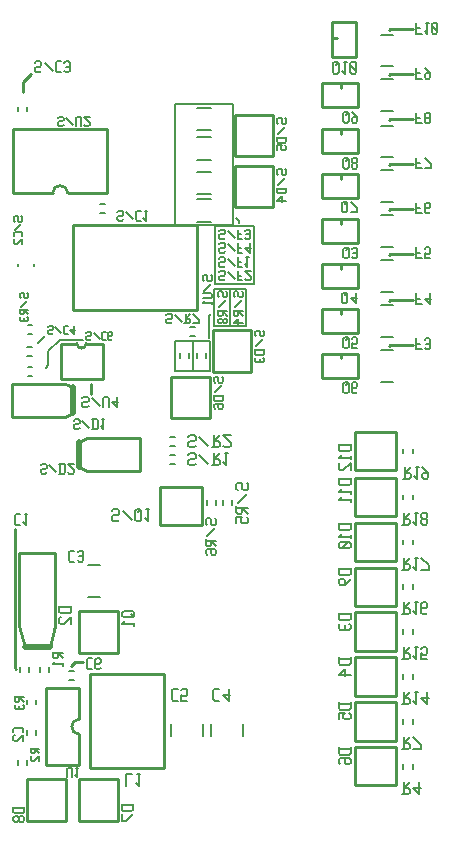
<source format=gbr>
G04 start of page 9 for group -4078 idx -4078 *
G04 Title: (unknown), bottomsilk *
G04 Creator: pcb 1.99z *
G04 CreationDate: Wed 16 Feb 2011 18:30:27 GMT UTC *
G04 For: rbarlow *
G04 Format: Gerber/RS-274X *
G04 PCB-Dimensions: 157480 283465 *
G04 PCB-Coordinate-Origin: lower left *
%MOIN*%
%FSLAX25Y25*%
%LNBACKSILK*%
%ADD11C,0.0200*%
%ADD12C,0.0100*%
%ADD15C,0.0098*%
%ADD16C,0.0079*%
%ADD70C,0.0080*%
G54D16*X76968Y203545D02*Y204332D01*
X69291Y202560D02*Y183466D01*
X82283Y183269D02*Y202560D01*
X69291Y183269D02*X82283D01*
X76969Y204331D02*X76182Y205118D01*
X75197Y202757D02*X55905D01*
X82283Y202560D02*X69291D01*
X75197Y243111D02*Y202757D01*
X55905Y243111D02*X75197D01*
G54D12*X7874Y253150D02*X5118Y250394D01*
Y247245D01*
G54D16*X55905Y202757D02*Y243111D01*
G54D12*X22441Y57087D02*X21260Y55906D01*
X2362Y101575D02*Y55119D01*
X2756Y54725D01*
X25197Y57087D02*X22441D01*
G54D16*X55905Y164371D02*Y154135D01*
X67323D02*Y164371D01*
X61811D02*Y154135D01*
X55905D02*X67323D01*
X13582Y156104D02*X12795Y155317D01*
G54D12*X27953Y146457D02*Y150000D01*
G54D16*X13582Y160828D02*Y156104D01*
X17323Y164568D02*X13582Y160828D01*
X25197Y164568D02*X17323D01*
X12402Y165749D02*X10040Y163387D01*
X67126Y172640D02*X67716Y173230D01*
X67126Y165356D02*Y172640D01*
X68897Y169096D02*Y181694D01*
X67323Y164371D02*X55905D01*
X79527Y169096D02*X68897D01*
X79527Y181694D02*Y169096D01*
X68897Y181694D02*X79527D01*
X74212D02*Y169096D01*
G54D12*X135039Y162993D02*X127559D01*
X127165Y162599D01*
X135039Y177953D02*X127559D01*
X127165Y177559D01*
X135039Y193308D02*X127559D01*
X127165Y192914D01*
X135039Y208268D02*X127559D01*
X127165Y207874D01*
X135039Y223229D02*X127559D01*
X127165Y222835D01*
X135039Y238189D02*X127558D01*
X135039Y253150D02*X127559D01*
X127165Y252756D01*
X135039Y268111D02*X127559D01*
X127165Y267717D01*
X127558Y238189D02*X127165Y237796D01*
G54D70*X67915Y36614D02*Y32678D01*
X78543Y36614D02*Y32678D01*
X54529Y36614D02*Y32678D01*
X65157Y36614D02*Y32678D01*
G54D12*X23915Y60191D02*X36715D01*
Y74091D02*Y60191D01*
X23915Y74091D02*X36715D01*
X23915D02*Y60191D01*
G54D15*X27560Y53346D02*X51970D01*
X27560D02*Y21850D01*
X51970D01*
Y53346D02*Y21850D01*
G54D70*X26773Y78938D02*X30709D01*
X26773Y89566D02*X30709D01*
G54D12*X14049Y62107D02*X15749Y69107D01*
Y93407D02*Y69107D01*
X3937Y93407D02*X15749D01*
X3937D02*Y69107D01*
X5637Y62107D02*X3937Y69107D01*
G54D11*X5637Y62107D02*X14049D01*
G54D16*X131957Y68110D02*Y66536D01*
X134973Y68110D02*Y66536D01*
X131957Y53150D02*Y51576D01*
X134973Y53150D02*Y51576D01*
X131957Y38189D02*Y36615D01*
X134973Y38189D02*Y36615D01*
G54D12*X129572Y28841D02*Y16041D01*
X115672Y28841D02*X129572D01*
X115672D02*Y16041D01*
X129572D01*
Y43802D02*Y31002D01*
X115672Y43802D02*X129572D01*
X115672D02*Y31002D01*
X129572D01*
Y58763D02*Y45963D01*
X115672Y58763D02*X129572D01*
X115672D02*Y45963D01*
X129572D01*
G54D16*X131957Y23228D02*Y21654D01*
X134973Y23228D02*Y21654D01*
G54D12*X129572Y103645D02*Y90845D01*
X115672Y103645D02*X129572D01*
X115672D02*Y90845D01*
X129572D01*
Y118605D02*Y105805D01*
X115672Y118605D02*X129572D01*
X115672D02*Y105805D01*
X129572D01*
Y133959D02*Y121159D01*
X115672Y133959D02*X129572D01*
X115672D02*Y121159D01*
X129572D01*
G54D16*X131957Y83071D02*Y81497D01*
X134973Y83071D02*Y81497D01*
G54D12*X129572Y88684D02*Y75884D01*
X115672Y88684D02*X129572D01*
X115672D02*Y75884D01*
X129572D01*
Y73723D02*Y60923D01*
X115672Y73723D02*X129572D01*
X115672D02*Y60923D01*
X129572D01*
X6555Y18087D02*X19355D01*
X6555D02*Y4187D01*
X19355D01*
Y18087D02*Y4187D01*
X23878Y18087D02*X36678D01*
X23878D02*Y4187D01*
X36678D01*
Y18087D02*Y4187D01*
G54D16*X6626Y24571D02*Y22997D01*
X3610Y24571D02*Y22997D01*
G54D12*X23894Y48443D02*Y38132D01*
Y33132D02*Y22821D01*
X12918Y48443D02*X23894D01*
X12918D02*Y22821D01*
X23894D01*
Y38132D02*G75*G03X23894Y33132I0J-2500D01*G01*
G54D16*X6366Y34413D02*Y32839D01*
X9382Y34413D02*Y32839D01*
Y44649D02*Y43075D01*
X6366Y44649D02*Y43075D01*
X20473Y54264D02*X22047D01*
X20473Y51248D02*X22047D01*
X4004Y55512D02*Y53938D01*
X7020Y55512D02*Y53938D01*
X10697Y55512D02*Y53938D01*
X13713Y55512D02*Y53938D01*
X6694Y169619D02*X8268D01*
X6694Y166603D02*X8268D01*
X6693Y155446D02*X8267D01*
X6693Y152430D02*X8267D01*
X6460Y159123D02*X8034D01*
X6460Y162139D02*X8034D01*
G54D11*X21729Y148789D02*Y140189D01*
G54D12*X19129Y138989D01*
X1529D02*X19129D01*
X1529Y149989D02*Y138989D01*
Y149989D02*X19129D01*
X21729Y148789D01*
X17754Y163313D02*X23154D01*
X26254D02*X31654D01*
Y151513D01*
X17754D02*X31654D01*
X17754Y163313D02*Y151513D01*
X23154Y163313D02*G75*G03X26154Y163313I1500J0D01*G01*
G54D16*X54098Y123296D02*X55672D01*
X54098Y126312D02*X55672D01*
X54098Y129202D02*X55672D01*
X54098Y132218D02*X55672D01*
G54D12*X67344Y152296D02*Y138396D01*
X54544D02*X67344D01*
X54544Y152296D02*Y138396D01*
Y152296D02*X67344D01*
G54D16*X74933Y111257D02*Y109683D01*
X71917Y111257D02*Y109683D01*
X69421Y111257D02*Y109683D01*
X66405Y111257D02*Y109683D01*
G54D12*X50786Y115553D02*Y102753D01*
X64686D01*
Y115553D02*Y102753D01*
X50786Y115553D02*X64686D01*
G54D11*X23940Y122079D02*Y130679D01*
G54D12*X26540Y131879D01*
X44140D01*
Y120879D01*
X26540D01*
X23940Y122079D01*
G54D70*X63188Y220669D02*X67912D01*
X63188Y213189D02*X67912D01*
X63188Y211418D02*X67912D01*
X63188Y203938D02*X67912D01*
X63188Y241930D02*X67912D01*
X63188Y234450D02*X67912D01*
X63188Y232088D02*X67912D01*
X63188Y224608D02*X67912D01*
G54D16*X6625Y242288D02*Y240714D01*
X3609Y242288D02*Y240714D01*
X30869Y206761D02*X32443D01*
X30869Y209777D02*X32443D01*
G54D12*X1953Y234723D02*Y213511D01*
Y234723D02*X33085D01*
Y213511D01*
X1953D02*X15019D01*
X20019D02*X33085D01*
X20019D02*G75*G03X15019Y213511I-2500J0D01*G01*
X75686Y225744D02*Y239644D01*
X88486D01*
Y225744D01*
X75686D01*
G54D70*X8857Y189960D02*Y189174D01*
X3347Y189960D02*Y189174D01*
G54D12*X21824Y174384D02*X63224D01*
X21824Y202884D02*Y174384D01*
Y202884D02*X63224D01*
Y174384D01*
X68439Y153962D02*Y167862D01*
X81239D01*
Y153962D01*
X68439D01*
G54D16*X57351Y160076D02*Y158502D01*
X60367Y160076D02*Y158502D01*
X60791Y168832D02*X62365D01*
X60791Y165816D02*X62365D01*
X63059Y160076D02*Y158502D01*
X66075Y160076D02*Y158502D01*
G54D12*X111273Y174867D02*Y173367D01*
X104773Y174867D02*Y166867D01*
X116673D01*
Y174867D02*Y166867D01*
X104773Y174867D02*X116673D01*
G54D70*X124410Y161220D02*X128346D01*
X124410Y150592D02*X128346D01*
G54D16*X131957Y128346D02*Y126772D01*
X134973Y128346D02*Y126772D01*
X131957Y112992D02*Y111418D01*
X134973Y112992D02*Y111418D01*
X131957Y98032D02*Y96458D01*
X134973Y98032D02*Y96458D01*
G54D12*X88486Y222683D02*Y208783D01*
X75686D02*X88486D01*
X75686Y222683D02*Y208783D01*
Y222683D02*X88486D01*
G54D70*X124410Y221062D02*X128346D01*
X124410Y210434D02*X128346D01*
G54D12*X111273Y219748D02*Y218248D01*
X104773Y219748D02*Y211748D01*
X116673D01*
Y219748D02*Y211748D01*
X104773Y219748D02*X116673D01*
G54D70*X124410Y176181D02*X128346D01*
X124410Y165553D02*X128346D01*
G54D12*X111273Y159906D02*Y158406D01*
X104773Y159906D02*Y151906D01*
X116673D01*
Y159906D02*Y151906D01*
X104773Y159906D02*X116673D01*
X111273Y189827D02*Y188327D01*
X104773Y189827D02*Y181827D01*
X116673D01*
Y189827D02*Y181827D01*
X104773Y189827D02*X116673D01*
G54D70*X124410Y236023D02*X128346D01*
X124410Y225395D02*X128346D01*
X124410Y251377D02*X128346D01*
X124410Y240749D02*X128346D01*
X124410Y266338D02*X128346D01*
X124410Y255710D02*X128346D01*
X124410Y191141D02*X128346D01*
X124410Y180513D02*X128346D01*
X124410Y206102D02*X128346D01*
X124410Y195474D02*X128346D01*
G54D12*X111273Y204788D02*Y203288D01*
X104773Y204788D02*Y196788D01*
X116673D01*
Y204788D02*Y196788D01*
X104773Y204788D02*X116673D01*
X111273Y250063D02*Y248563D01*
X104773Y250063D02*Y242063D01*
X116673D01*
Y250063D02*Y242063D01*
X104773Y250063D02*X116673D01*
X111273Y234709D02*Y233209D01*
X104773Y234709D02*Y226709D01*
X116673D01*
Y234709D02*Y226709D01*
X104773Y234709D02*X116673D01*
X108203Y265209D02*X109703D01*
X108203Y258709D02*X116203D01*
Y270609D02*Y258709D01*
X108203Y270609D02*X116203D01*
X108203D02*Y258709D01*
G54D16*X131889Y118324D02*X133889D01*
X134389Y118824D01*
Y119824D01*
X133889Y120324D02*X134389Y119824D01*
X132389Y120324D02*X133889D01*
X132389Y118324D02*Y122324D01*
Y120324D02*X134389Y122324D01*
X136090D02*X137090D01*
X136590Y118324D02*Y122324D01*
X135590Y119324D02*X136590Y118324D01*
X138291Y122324D02*X140291Y120324D01*
Y118824D02*Y120324D01*
X139791Y118324D02*X140291Y118824D01*
X138791Y118324D02*X139791D01*
X138291Y118824D02*X138791Y118324D01*
X138291Y118824D02*Y119824D01*
X138791Y120324D01*
X140291D01*
X131496Y102968D02*X133496D01*
X133996Y103468D01*
Y104468D01*
X133496Y104968D02*X133996Y104468D01*
X131996Y104968D02*X133496D01*
X131996Y102968D02*Y106968D01*
Y104968D02*X133996Y106968D01*
X135697D02*X136697D01*
X136197Y102968D02*Y106968D01*
X135197Y103968D02*X136197Y102968D01*
X137898Y106468D02*X138398Y106968D01*
X137898Y105468D02*Y106468D01*
Y105468D02*X138398Y104968D01*
X139398D01*
X139898Y105468D01*
Y106468D01*
X139398Y106968D02*X139898Y106468D01*
X138398Y106968D02*X139398D01*
X137898Y104468D02*X138398Y104968D01*
X137898Y103468D02*Y104468D01*
Y103468D02*X138398Y102968D01*
X139398D01*
X139898Y103468D01*
Y104468D01*
X139398Y104968D02*X139898Y104468D01*
X110316Y103088D02*X114316D01*
X110316Y101588D02*X110816Y101088D01*
X113816D01*
X114316Y101588D02*X113816Y101088D01*
X114316Y101588D02*Y103588D01*
X110316Y101588D02*Y103588D01*
X114316Y98387D02*Y99387D01*
X110316Y98887D02*X114316D01*
X111316Y99887D02*X110316Y98887D01*
X113816Y97186D02*X114316Y96686D01*
X110816Y97186D02*X113816D01*
X110816D02*X110316Y96686D01*
Y95686D02*Y96686D01*
Y95686D02*X110816Y95186D01*
X113816D01*
X114316Y95686D02*X113816Y95186D01*
X114316Y95686D02*Y96686D01*
X113316Y97186D02*X111316Y95186D01*
X110316Y118049D02*X114316D01*
X110316Y116549D02*X110816Y116049D01*
X113816D01*
X114316Y116549D02*X113816Y116049D01*
X114316Y116549D02*Y118549D01*
X110316Y116549D02*Y118549D01*
X114316Y113348D02*Y114348D01*
X110316Y113848D02*X114316D01*
X111316Y114848D02*X110316Y113848D01*
X114316Y110647D02*Y111647D01*
X110316Y111147D02*X114316D01*
X111316Y112147D02*X110316Y111147D01*
X110317Y129467D02*X114317D01*
X110317Y127967D02*X110817Y127467D01*
X113817D01*
X114317Y127967D02*X113817Y127467D01*
X114317Y127967D02*Y129967D01*
X110317Y127967D02*Y129967D01*
X114317Y124766D02*Y125766D01*
X110317Y125266D02*X114317D01*
X111317Y126266D02*X110317Y125266D01*
X110817Y123565D02*X110317Y123065D01*
Y121565D02*Y123065D01*
Y121565D02*X110817Y121065D01*
X111817D01*
X114317Y123565D02*X111817Y121065D01*
X114317D02*Y123565D01*
X62237Y122852D02*X62737Y123352D01*
X60737Y122852D02*X62237D01*
X60237Y123352D02*X60737Y122852D01*
X60237Y123352D02*Y124352D01*
X60737Y124852D01*
X62237D01*
X62737Y125352D01*
Y126352D01*
X62237Y126852D02*X62737Y126352D01*
X60737Y126852D02*X62237D01*
X60237Y126352D02*X60737Y126852D01*
X63938Y126352D02*X66938Y123352D01*
X68139Y122852D02*X70139D01*
X70639Y123352D01*
Y124352D01*
X70139Y124852D02*X70639Y124352D01*
X68639Y124852D02*X70139D01*
X68639Y122852D02*Y126852D01*
Y124852D02*X70639Y126852D01*
X72340D02*X73340D01*
X72840Y122852D02*Y126852D01*
X71840Y123852D02*X72840Y122852D01*
X76196Y115000D02*X76696Y114500D01*
X76196Y115000D02*Y116500D01*
X76696Y117000D02*X76196Y116500D01*
X76696Y117000D02*X77696D01*
X78196Y116500D01*
Y115000D02*Y116500D01*
Y115000D02*X78696Y114500D01*
X79696D01*
X80196Y115000D02*X79696Y114500D01*
X80196Y115000D02*Y116500D01*
X79696Y117000D02*X80196Y116500D01*
X79696Y113299D02*X76696Y110299D01*
X76196Y107098D02*Y109098D01*
Y107098D02*X76696Y106598D01*
X77696D01*
X78196Y107098D02*X77696Y106598D01*
X78196Y107098D02*Y108598D01*
X76196D02*X80196D01*
X78196D02*X80196Y106598D01*
X76196Y103397D02*Y105397D01*
X78196D01*
X77696Y104897D01*
Y103897D02*Y104897D01*
Y103897D02*X78196Y103397D01*
X79696D01*
X80196Y103897D02*X79696Y103397D01*
X80196Y103897D02*Y104897D01*
X79696Y105397D02*X80196Y104897D01*
X23608Y134956D02*X23998Y135346D01*
X22438Y134956D02*X23608D01*
X22048Y135346D02*X22438Y134956D01*
X22048Y135346D02*Y136126D01*
X22438Y136516D01*
X23608D01*
X23998Y136906D01*
Y137686D01*
X23608Y138076D02*X23998Y137686D01*
X22438Y138076D02*X23608D01*
X22048Y137686D02*X22438Y138076D01*
X24934Y137686D02*X27274Y135346D01*
X28601Y134956D02*Y138076D01*
X29771Y134956D02*X30161Y135346D01*
Y137686D01*
X29771Y138076D02*X30161Y137686D01*
X28211Y138076D02*X29771D01*
X28211Y134956D02*X29771D01*
X31488Y138076D02*X32268D01*
X31878Y134956D02*Y138076D01*
X31098Y135736D02*X31878Y134956D01*
X20914Y94215D02*X22249D01*
X20469Y93770D02*X20914Y94215D01*
X20469Y91100D02*Y93770D01*
Y91100D02*X20914Y90655D01*
X22249D01*
X23317Y91100D02*X23762Y90655D01*
X24652D01*
X25097Y91100D01*
Y93770D01*
X24652Y94215D02*X25097Y93770D01*
X23762Y94215D02*X24652D01*
X23317Y93770D02*X23762Y94215D01*
Y92435D02*X25097D01*
X26621Y142136D02*X27066Y142581D01*
X25286Y142136D02*X26621D01*
X24841Y142581D02*X25286Y142136D01*
X24841Y142581D02*Y143471D01*
X25286Y143916D01*
X26621D01*
X27066Y144361D01*
Y145251D01*
X26621Y145696D02*X27066Y145251D01*
X25286Y145696D02*X26621D01*
X24841Y145251D02*X25286Y145696D01*
X28134Y145251D02*X30804Y142581D01*
X31873Y142136D02*Y145251D01*
X32318Y145696D01*
X33208D01*
X33653Y145251D01*
Y142136D02*Y145251D01*
X34722Y143916D02*X36502Y142136D01*
X34722Y143916D02*X36947D01*
X36502Y142136D02*Y145696D01*
X12585Y119994D02*X12975Y120384D01*
X11415Y119994D02*X12585D01*
X11025Y120384D02*X11415Y119994D01*
X11025Y120384D02*Y121164D01*
X11415Y121554D01*
X12585D01*
X12975Y121944D01*
Y122724D01*
X12585Y123114D02*X12975Y122724D01*
X11415Y123114D02*X12585D01*
X11025Y122724D02*X11415Y123114D01*
X13911Y122724D02*X16251Y120384D01*
X17578Y119994D02*Y123114D01*
X18748Y119994D02*X19138Y120384D01*
Y122724D01*
X18748Y123114D02*X19138Y122724D01*
X17188Y123114D02*X18748D01*
X17188Y119994D02*X18748D01*
X20075Y120384D02*X20465Y119994D01*
X21635D01*
X22025Y120384D01*
Y121164D01*
X20075Y123114D02*X22025Y121164D01*
X20075Y123114D02*X22025D01*
X66050Y103338D02*X66495Y102893D01*
X66050Y103338D02*Y104673D01*
X66495Y105118D02*X66050Y104673D01*
X66495Y105118D02*X67385D01*
X67830Y104673D01*
Y103338D02*Y104673D01*
Y103338D02*X68275Y102893D01*
X69165D01*
X69610Y103338D02*X69165Y102893D01*
X69610Y103338D02*Y104673D01*
X69165Y105118D02*X69610Y104673D01*
X69165Y101825D02*X66495Y99155D01*
X66050Y96306D02*Y98086D01*
Y96306D02*X66495Y95861D01*
X67385D01*
X67830Y96306D02*X67385Y95861D01*
X67830Y96306D02*Y97641D01*
X66050D02*X69610D01*
X67830D02*X69610Y95861D01*
X66050Y93457D02*X66495Y93012D01*
X66050Y93457D02*Y94347D01*
X66495Y94792D02*X66050Y94347D01*
X66495Y94792D02*X69165D01*
X69610Y94347D01*
X67830Y93457D02*X68275Y93012D01*
X67830Y93457D02*Y94792D01*
X69610Y93457D02*Y94347D01*
Y93457D02*X69165Y93012D01*
X68275D02*X69165D01*
X36645Y104115D02*X37145Y104615D01*
X35145Y104115D02*X36645D01*
X34645Y104615D02*X35145Y104115D01*
X34645Y104615D02*Y105615D01*
X35145Y106115D01*
X36645D01*
X37145Y106615D01*
Y107615D01*
X36645Y108115D02*X37145Y107615D01*
X35145Y108115D02*X36645D01*
X34645Y107615D02*X35145Y108115D01*
X38346Y107615D02*X41346Y104615D01*
X42547D02*Y107615D01*
Y104615D02*X43047Y104115D01*
X44047D01*
X44547Y104615D01*
Y107615D01*
X44047Y108115D02*X44547Y107615D01*
X43047Y108115D02*X44047D01*
X42547Y107615D02*X43047Y108115D01*
X43547Y107115D02*X44547Y108115D01*
X46248D02*X47248D01*
X46748Y104115D02*Y108115D01*
X45748Y105115D02*X46748Y104115D01*
X2805Y106417D02*X4140D01*
X2360Y105972D02*X2805Y106417D01*
X2360Y103302D02*Y105972D01*
Y103302D02*X2805Y102857D01*
X4140D01*
X5653Y106417D02*X6543D01*
X6098Y102857D02*Y106417D01*
X5208Y103747D02*X6098Y102857D01*
X38770Y74061D02*X41770D01*
X38770D02*X38270Y73561D01*
Y72561D02*Y73561D01*
Y72561D02*X38770Y72061D01*
X41770D01*
X42270Y72561D02*X41770Y72061D01*
X42270Y72561D02*Y73561D01*
X41770Y74061D02*X42270Y73561D01*
X41270Y73061D02*X42270Y72061D01*
Y69360D02*Y70360D01*
X38270Y69860D02*X42270D01*
X39270Y70860D02*X38270Y69860D01*
X26822Y58386D02*X28157D01*
X26377Y57941D02*X26822Y58386D01*
X26377Y55271D02*Y57941D01*
Y55271D02*X26822Y54826D01*
X28157D01*
X30560D02*X31005Y55271D01*
X29670Y54826D02*X30560D01*
X29225Y55271D02*X29670Y54826D01*
X29225Y55271D02*Y57941D01*
X29670Y58386D01*
X30560Y56606D02*X31005Y57051D01*
X29225Y56606D02*X30560D01*
X29670Y58386D02*X30560D01*
X31005Y57941D01*
Y57051D02*Y57941D01*
X1902Y8586D02*X5462D01*
X1902Y7251D02*X2347Y6806D01*
X5017D01*
X5462Y7251D02*X5017Y6806D01*
X5462Y7251D02*Y9031D01*
X1902Y7251D02*Y9031D01*
X5017Y5738D02*X5462Y5293D01*
X4127Y5738D02*X5017D01*
X4127D02*X3682Y5293D01*
Y4403D02*Y5293D01*
Y4403D02*X4127Y3958D01*
X5017D01*
X5462Y4403D02*X5017Y3958D01*
X5462Y4403D02*Y5293D01*
X3237Y5738D02*X3682Y5293D01*
X2347Y5738D02*X3237D01*
X2347D02*X1902Y5293D01*
Y4403D02*Y5293D01*
Y4403D02*X2347Y3958D01*
X3237D01*
X3682Y4403D02*X3237Y3958D01*
X38123Y9373D02*X41683D01*
X38123Y8038D02*X38568Y7593D01*
X41238D01*
X41683Y8038D02*X41238Y7593D01*
X41683Y8038D02*Y9818D01*
X38123Y8038D02*Y9818D01*
X41683Y6525D02*X39458Y4300D01*
X38123D02*X39458D01*
X38123D02*Y6525D01*
X39567Y15963D02*Y19963D01*
X41567D01*
X43268D02*X44268D01*
X43768Y15963D02*Y19963D01*
X42768Y16963D02*X43768Y15963D01*
X19852Y18894D02*Y21624D01*
X20242Y22014D01*
X21022D01*
X21412Y21624D01*
Y18894D02*Y21624D01*
X22738Y22014D02*X23518D01*
X23128Y18894D02*Y22014D01*
X22348Y19674D02*X23128Y18894D01*
X17286Y75485D02*X21286D01*
X17286Y73985D02*X17786Y73485D01*
X20786D01*
X21286Y73985D02*X20786Y73485D01*
X21286Y73985D02*Y75985D01*
X17286Y73985D02*Y75985D01*
X17786Y72284D02*X17286Y71784D01*
Y70284D02*Y71784D01*
Y70284D02*X17786Y69784D01*
X18786D01*
X21286Y72284D02*X18786Y69784D01*
X21286D02*Y72284D01*
X15063Y58851D02*Y60631D01*
Y58851D02*X15508Y58406D01*
X16398D01*
X16843Y58851D02*X16398Y58406D01*
X16843Y58851D02*Y60186D01*
X15063D02*X18623D01*
X16843D02*X18623Y58406D01*
Y56003D02*Y56893D01*
X15063Y56448D02*X18623D01*
X15953Y57338D02*X15063Y56448D01*
X7757Y27168D02*Y28508D01*
Y27168D02*X8092Y26833D01*
X8762D01*
X9097Y27168D02*X8762Y26833D01*
X9097Y27168D02*Y28173D01*
X7757D02*X10437D01*
X9097D02*X10437Y26833D01*
X8092Y26029D02*X7757Y25694D01*
Y24689D02*Y25694D01*
Y24689D02*X8092Y24354D01*
X8762D01*
X10437Y26029D02*X8762Y24354D01*
X10437D02*Y26029D01*
X2354Y44271D02*Y45831D01*
Y44271D02*X2744Y43881D01*
X3524D01*
X3914Y44271D02*X3524Y43881D01*
X3914Y44271D02*Y45441D01*
X2354D02*X5474D01*
X3914D02*X5474Y43881D01*
X2744Y42945D02*X2354Y42555D01*
Y41775D02*Y42555D01*
Y41775D02*X2744Y41385D01*
X5084D01*
X5474Y41775D02*X5084Y41385D01*
X5474Y41775D02*Y42555D01*
X5084Y42945D02*X5474Y42555D01*
X3914Y41385D02*Y42555D01*
X5081Y33712D02*Y34882D01*
X4691Y35272D02*X5081Y34882D01*
X2351Y35272D02*X4691D01*
X2351D02*X1961Y34882D01*
Y33712D02*Y34882D01*
X2351Y32776D02*X1961Y32386D01*
Y31216D02*Y32386D01*
Y31216D02*X2351Y30826D01*
X3131D01*
X5081Y32776D02*X3131Y30826D01*
X5081D02*Y32776D01*
X69003Y48305D02*X70503D01*
X68503Y47805D02*X69003Y48305D01*
X68503Y44805D02*Y47805D01*
Y44805D02*X69003Y44305D01*
X70503D01*
X71704Y46305D02*X73704Y44305D01*
X71704Y46305D02*X74204D01*
X73704Y44305D02*Y48305D01*
X55224Y48307D02*X56724D01*
X54724Y47807D02*X55224Y48307D01*
X54724Y44807D02*Y47807D01*
Y44807D02*X55224Y44307D01*
X56724D01*
X57925D02*X59925D01*
X57925D02*Y46307D01*
X58425Y45807D01*
X59425D01*
X59925Y46307D01*
Y47807D01*
X59425Y48307D02*X59925Y47807D01*
X58425Y48307D02*X59425D01*
X57925Y47807D02*X58425Y48307D01*
X110317Y28286D02*X114317D01*
X110317Y26786D02*X110817Y26286D01*
X113817D01*
X114317Y26786D02*X113817Y26286D01*
X114317Y26786D02*Y28786D01*
X110317Y26786D02*Y28786D01*
Y23585D02*X110817Y23085D01*
X110317Y23585D02*Y24585D01*
X110817Y25085D02*X110317Y24585D01*
X110817Y25085D02*X113817D01*
X114317Y24585D01*
X112317Y23585D02*X112817Y23085D01*
X112317Y23585D02*Y25085D01*
X114317Y23585D02*Y24585D01*
Y23585D02*X113817Y23085D01*
X112817D02*X113817D01*
X110316Y43245D02*X114316D01*
X110316Y41745D02*X110816Y41245D01*
X113816D01*
X114316Y41745D02*X113816Y41245D01*
X114316Y41745D02*Y43745D01*
X110316Y41745D02*Y43745D01*
Y38044D02*Y40044D01*
X112316D01*
X111816Y39544D01*
Y38544D02*Y39544D01*
Y38544D02*X112316Y38044D01*
X113816D01*
X114316Y38544D02*X113816Y38044D01*
X114316Y38544D02*Y39544D01*
X113816Y40044D02*X114316Y39544D01*
X110316Y58207D02*X114316D01*
X110316Y56707D02*X110816Y56207D01*
X113816D01*
X114316Y56707D02*X113816Y56207D01*
X114316Y56707D02*Y58707D01*
X110316Y56707D02*Y58707D01*
X112316Y55006D02*X110316Y53006D01*
X112316Y52506D02*Y55006D01*
X110316Y53006D02*X114316D01*
X110317Y73169D02*X114317D01*
X110317Y71669D02*X110817Y71169D01*
X113817D01*
X114317Y71669D02*X113817Y71169D01*
X114317Y71669D02*Y73669D01*
X110317Y71669D02*Y73669D01*
X110817Y69968D02*X110317Y69468D01*
Y68468D02*Y69468D01*
Y68468D02*X110817Y67968D01*
X113817D01*
X114317Y68468D02*X113817Y67968D01*
X114317Y68468D02*Y69468D01*
X113817Y69968D02*X114317Y69468D01*
X112317Y67968D02*Y69468D01*
X131496Y88008D02*X133496D01*
X133996Y88508D01*
Y89508D01*
X133496Y90008D02*X133996Y89508D01*
X131996Y90008D02*X133496D01*
X131996Y88008D02*Y92008D01*
Y90008D02*X133996Y92008D01*
X135697D02*X136697D01*
X136197Y88008D02*Y92008D01*
X135197Y89008D02*X136197Y88008D01*
X137898Y92008D02*X140398Y89508D01*
Y88008D02*Y89508D01*
X137898Y88008D02*X140398D01*
X131496Y73047D02*X133496D01*
X133996Y73547D01*
Y74547D01*
X133496Y75047D02*X133996Y74547D01*
X131996Y75047D02*X133496D01*
X131996Y73047D02*Y77047D01*
Y75047D02*X133996Y77047D01*
X135697D02*X136697D01*
X136197Y73047D02*Y77047D01*
X135197Y74047D02*X136197Y73047D01*
X139398D02*X139898Y73547D01*
X138398Y73047D02*X139398D01*
X137898Y73547D02*X138398Y73047D01*
X137898Y73547D02*Y76547D01*
X138398Y77047D01*
X139398Y75047D02*X139898Y75547D01*
X137898Y75047D02*X139398D01*
X138398Y77047D02*X139398D01*
X139898Y76547D01*
Y75547D02*Y76547D01*
X131495Y58087D02*X133495D01*
X133995Y58587D01*
Y59587D01*
X133495Y60087D02*X133995Y59587D01*
X131995Y60087D02*X133495D01*
X131995Y58087D02*Y62087D01*
Y60087D02*X133995Y62087D01*
X135696D02*X136696D01*
X136196Y58087D02*Y62087D01*
X135196Y59087D02*X136196Y58087D01*
X137897D02*X139897D01*
X137897D02*Y60087D01*
X138397Y59587D01*
X139397D01*
X139897Y60087D01*
Y61587D01*
X139397Y62087D02*X139897Y61587D01*
X138397Y62087D02*X139397D01*
X137897Y61587D02*X138397Y62087D01*
X131495Y43127D02*X133495D01*
X133995Y43627D01*
Y44627D01*
X133495Y45127D02*X133995Y44627D01*
X131995Y45127D02*X133495D01*
X131995Y43127D02*Y47127D01*
Y45127D02*X133995Y47127D01*
X135696D02*X136696D01*
X136196Y43127D02*Y47127D01*
X135196Y44127D02*X136196Y43127D01*
X137897Y45127D02*X139897Y43127D01*
X137897Y45127D02*X140397D01*
X139897Y43127D02*Y47127D01*
X131497Y28167D02*X133497D01*
X133997Y28667D01*
Y29667D01*
X133497Y30167D02*X133997Y29667D01*
X131997Y30167D02*X133497D01*
X131997Y28167D02*Y32167D01*
Y30167D02*X133997Y32167D01*
X135198D02*X137698Y29667D01*
Y28167D02*Y29667D01*
X135198Y28167D02*X137698D01*
X131497Y13204D02*X133497D01*
X133997Y13704D01*
Y14704D01*
X133497Y15204D02*X133997Y14704D01*
X131997Y15204D02*X133497D01*
X131997Y13204D02*Y17204D01*
Y15204D02*X133997Y17204D01*
X135198Y15204D02*X137198Y13204D01*
X135198Y15204D02*X137698D01*
X137198Y13204D02*Y17204D01*
X110317Y88127D02*X114317D01*
X110317Y86627D02*X110817Y86127D01*
X113817D01*
X114317Y86627D02*X113817Y86127D01*
X114317Y86627D02*Y88627D01*
X110317Y86627D02*Y88627D01*
X114317Y84926D02*X112317Y82926D01*
X110817D02*X112317D01*
X110317Y83426D02*X110817Y82926D01*
X110317Y83426D02*Y84426D01*
X110817Y84926D02*X110317Y84426D01*
X110817Y84926D02*X111817D01*
X112317Y84426D01*
Y82926D02*Y84426D01*
X10834Y253843D02*X11279Y254288D01*
X9499Y253843D02*X10834D01*
X9054Y254288D02*X9499Y253843D01*
X9054Y254288D02*Y255178D01*
X9499Y255623D01*
X10834D01*
X11279Y256068D01*
Y256958D01*
X10834Y257403D02*X11279Y256958D01*
X9499Y257403D02*X10834D01*
X9054Y256958D02*X9499Y257403D01*
X12347Y256958D02*X15017Y254288D01*
X16531Y257403D02*X17866D01*
X16086Y256958D02*X16531Y257403D01*
X16086Y254288D02*Y256958D01*
Y254288D02*X16531Y253843D01*
X17866D01*
X18935Y254288D02*X19380Y253843D01*
X20270D01*
X20715Y254288D01*
Y256958D01*
X20270Y257403D02*X20715Y256958D01*
X19380Y257403D02*X20270D01*
X18935Y256958D02*X19380Y257403D01*
Y255623D02*X20715D01*
X18261Y235826D02*X18651Y236216D01*
X17091Y235826D02*X18261D01*
X16701Y236216D02*X17091Y235826D01*
X16701Y236216D02*Y236996D01*
X17091Y237386D01*
X18261D01*
X18651Y237776D01*
Y238556D01*
X18261Y238946D02*X18651Y238556D01*
X17091Y238946D02*X18261D01*
X16701Y238556D02*X17091Y238946D01*
X19587Y238556D02*X21927Y236216D01*
X22864Y235826D02*Y238556D01*
X23254Y238946D01*
X24034D01*
X24424Y238556D01*
Y235826D02*Y238556D01*
X25361Y236216D02*X25751Y235826D01*
X26921D01*
X27311Y236216D01*
Y236996D01*
X25361Y238946D02*X27311Y236996D01*
X25361Y238946D02*X27311D01*
X38175Y204324D02*X38565Y204714D01*
X37005Y204324D02*X38175D01*
X36615Y204714D02*X37005Y204324D01*
X36615Y204714D02*Y205494D01*
X37005Y205884D01*
X38175D01*
X38565Y206274D01*
Y207054D01*
X38175Y207444D02*X38565Y207054D01*
X37005Y207444D02*X38175D01*
X36615Y207054D02*X37005Y207444D01*
X39501Y207054D02*X41841Y204714D01*
X43168Y207444D02*X44338D01*
X42778Y207054D02*X43168Y207444D01*
X42778Y204714D02*Y207054D01*
Y204714D02*X43168Y204324D01*
X44338D01*
X45665Y207444D02*X46445D01*
X46055Y204324D02*Y207444D01*
X45275Y205104D02*X46055Y204324D01*
X89820Y219941D02*X90210Y219551D01*
X89820Y219941D02*Y221111D01*
X90210Y221501D02*X89820Y221111D01*
X90210Y221501D02*X90990D01*
X91380Y221111D01*
Y219941D02*Y221111D01*
Y219941D02*X91770Y219551D01*
X92550D01*
X92940Y219941D02*X92550Y219551D01*
X92940Y219941D02*Y221111D01*
X92550Y221501D02*X92940Y221111D01*
X92550Y218615D02*X90210Y216275D01*
X89820Y214948D02*X92940D01*
X89820Y213778D02*X90210Y213388D01*
X92550D01*
X92940Y213778D02*X92550Y213388D01*
X92940Y213778D02*Y215338D01*
X89820Y213778D02*Y215338D01*
X91380Y212451D02*X89820Y210891D01*
X91380Y210501D02*Y212451D01*
X89820Y210891D02*X92940D01*
X89822Y236871D02*X90212Y236481D01*
X89822Y236871D02*Y238041D01*
X90212Y238431D02*X89822Y238041D01*
X90212Y238431D02*X90992D01*
X91382Y238041D01*
Y236871D02*Y238041D01*
Y236871D02*X91772Y236481D01*
X92552D01*
X92942Y236871D02*X92552Y236481D01*
X92942Y236871D02*Y238041D01*
X92552Y238431D02*X92942Y238041D01*
X92552Y235545D02*X90212Y233205D01*
X89822Y231878D02*X92942D01*
X89822Y230708D02*X90212Y230318D01*
X92552D01*
X92942Y230708D02*X92552Y230318D01*
X92942Y230708D02*Y232268D01*
X89822Y230708D02*Y232268D01*
Y227821D02*Y229381D01*
X91382D01*
X90992Y228991D01*
Y228211D02*Y228991D01*
Y228211D02*X91382Y227821D01*
X92552D01*
X92942Y228211D02*X92552Y227821D01*
X92942Y228211D02*Y228991D01*
X92552Y229381D02*X92942Y228991D01*
X111860Y237461D02*Y240131D01*
Y237461D02*X112305Y237016D01*
X113195D01*
X113640Y237461D01*
Y240131D01*
X113195Y240576D02*X113640Y240131D01*
X112305Y240576D02*X113195D01*
X111860Y240131D02*X112305Y240576D01*
X112750Y239686D02*X113640Y240576D01*
X114708D02*X116488Y238796D01*
Y237461D02*Y238796D01*
X116043Y237016D02*X116488Y237461D01*
X115153Y237016D02*X116043D01*
X114708Y237461D02*X115153Y237016D01*
X114708Y237461D02*Y238351D01*
X115153Y238796D01*
X116488D01*
X111859Y222107D02*Y224777D01*
Y222107D02*X112304Y221662D01*
X113194D01*
X113639Y222107D01*
Y224777D01*
X113194Y225222D02*X113639Y224777D01*
X112304Y225222D02*X113194D01*
X111859Y224777D02*X112304Y225222D01*
X112749Y224332D02*X113639Y225222D01*
X114707Y224777D02*X115152Y225222D01*
X114707Y223887D02*Y224777D01*
Y223887D02*X115152Y223442D01*
X116042D01*
X116487Y223887D01*
Y224777D01*
X116042Y225222D02*X116487Y224777D01*
X115152Y225222D02*X116042D01*
X114707Y222997D02*X115152Y223442D01*
X114707Y222107D02*Y222997D01*
Y222107D02*X115152Y221662D01*
X116042D01*
X116487Y222107D01*
Y222997D01*
X116042Y223442D02*X116487Y222997D01*
X111467Y207541D02*Y210211D01*
Y207541D02*X111912Y207096D01*
X112802D01*
X113247Y207541D01*
Y210211D01*
X112802Y210656D02*X113247Y210211D01*
X111912Y210656D02*X112802D01*
X111467Y210211D02*X111912Y210656D01*
X112357Y209766D02*X113247Y210656D01*
X114315D02*X116540Y208431D01*
Y207096D02*Y208431D01*
X114315Y207096D02*X116540D01*
X108315Y253769D02*Y256769D01*
Y253769D02*X108815Y253269D01*
X109815D01*
X110315Y253769D01*
Y256769D01*
X109815Y257269D02*X110315Y256769D01*
X108815Y257269D02*X109815D01*
X108315Y256769D02*X108815Y257269D01*
X109315Y256269D02*X110315Y257269D01*
X112016D02*X113016D01*
X112516Y253269D02*Y257269D01*
X111516Y254269D02*X112516Y253269D01*
X114217Y256769D02*X114717Y257269D01*
X114217Y253769D02*Y256769D01*
Y253769D02*X114717Y253269D01*
X115717D01*
X116217Y253769D01*
Y256769D01*
X115717Y257269D02*X116217Y256769D01*
X114717Y257269D02*X115717D01*
X114217Y256269D02*X116217Y254269D01*
X72030Y188969D02*X72420Y189359D01*
X70860Y188969D02*X72030D01*
X70470Y189359D02*X70860Y188969D01*
X70470Y189359D02*Y190139D01*
X70860Y190529D01*
X72030D01*
X72420Y190919D01*
Y191699D01*
X72030Y192089D02*X72420Y191699D01*
X70860Y192089D02*X72030D01*
X70470Y191699D02*X70860Y192089D01*
X73356Y191699D02*X75696Y189359D01*
X76633Y188969D02*Y192089D01*
Y188969D02*X78193D01*
X76633Y190529D02*X77803D01*
X79520Y192089D02*X80300D01*
X79910Y188969D02*Y192089D01*
X79130Y189749D02*X79910Y188969D01*
X72031Y198222D02*X72421Y198612D01*
X70861Y198222D02*X72031D01*
X70471Y198612D02*X70861Y198222D01*
X70471Y198612D02*Y199392D01*
X70861Y199782D01*
X72031D01*
X72421Y200172D01*
Y200952D01*
X72031Y201342D02*X72421Y200952D01*
X70861Y201342D02*X72031D01*
X70471Y200952D02*X70861Y201342D01*
X73357Y200952D02*X75697Y198612D01*
X76634Y198222D02*Y201342D01*
Y198222D02*X78194D01*
X76634Y199782D02*X77804D01*
X79131Y198612D02*X79521Y198222D01*
X80301D01*
X80691Y198612D01*
Y200952D01*
X80301Y201342D02*X80691Y200952D01*
X79521Y201342D02*X80301D01*
X79131Y200952D02*X79521Y201342D01*
Y199782D02*X80691D01*
X72031Y193694D02*X72421Y194084D01*
X70861Y193694D02*X72031D01*
X70471Y194084D02*X70861Y193694D01*
X70471Y194084D02*Y194864D01*
X70861Y195254D01*
X72031D01*
X72421Y195644D01*
Y196424D01*
X72031Y196814D02*X72421Y196424D01*
X70861Y196814D02*X72031D01*
X70471Y196424D02*X70861Y196814D01*
X73357Y196424D02*X75697Y194084D01*
X76634Y193694D02*Y196814D01*
Y193694D02*X78194D01*
X76634Y195254D02*X77804D01*
X79131D02*X80691Y193694D01*
X79131Y195254D02*X81081D01*
X80691Y193694D02*Y196814D01*
X70071Y179150D02*X70461Y178760D01*
X70071Y179150D02*Y180320D01*
X70461Y180710D02*X70071Y180320D01*
X70461Y180710D02*X71241D01*
X71631Y180320D01*
Y179150D02*Y180320D01*
Y179150D02*X72021Y178760D01*
X72801D01*
X73191Y179150D02*X72801Y178760D01*
X73191Y179150D02*Y180320D01*
X72801Y180710D02*X73191Y180320D01*
X72801Y177824D02*X70461Y175484D01*
X70071Y172987D02*Y174547D01*
Y172987D02*X70461Y172597D01*
X71241D01*
X71631Y172987D02*X71241Y172597D01*
X71631Y172987D02*Y174157D01*
X70071D02*X73191D01*
X71631D02*X73191Y172597D01*
X72801Y171660D02*X73191Y171270D01*
X72021Y171660D02*X72801D01*
X72021D02*X71631Y171270D01*
Y170490D02*Y171270D01*
Y170490D02*X72021Y170100D01*
X72801D01*
X73191Y170490D02*X72801Y170100D01*
X73191Y170490D02*Y171270D01*
X71241Y171660D02*X71631Y171270D01*
X70461Y171660D02*X71241D01*
X70461D02*X70071Y171270D01*
Y170490D02*Y171270D01*
Y170490D02*X70461Y170100D01*
X71241D01*
X71631Y170490D02*X71241Y170100D01*
X75385Y179150D02*X75775Y178760D01*
X75385Y179150D02*Y180320D01*
X75775Y180710D02*X75385Y180320D01*
X75775Y180710D02*X76555D01*
X76945Y180320D01*
Y179150D02*Y180320D01*
Y179150D02*X77335Y178760D01*
X78115D01*
X78505Y179150D02*X78115Y178760D01*
X78505Y179150D02*Y180320D01*
X78115Y180710D02*X78505Y180320D01*
X78115Y177824D02*X75775Y175484D01*
X75385Y172987D02*Y174547D01*
Y172987D02*X75775Y172597D01*
X76555D01*
X76945Y172987D02*X76555Y172597D01*
X76945Y172987D02*Y174157D01*
X75385D02*X78505D01*
X76945D02*X78505Y172597D01*
X76945Y171660D02*X75385Y170100D01*
X76945Y169710D02*Y171660D01*
X75385Y170100D02*X78505D01*
X64993Y184696D02*X65383Y184306D01*
X64993Y184696D02*Y185866D01*
X65383Y186256D02*X64993Y185866D01*
X65383Y186256D02*X66163D01*
X66553Y185866D01*
Y184696D02*Y185866D01*
Y184696D02*X66943Y184306D01*
X67723D01*
X68113Y184696D02*X67723Y184306D01*
X68113Y184696D02*Y185866D01*
X67723Y186256D02*X68113Y185866D01*
X67723Y183370D02*X65383Y181030D01*
X64993Y180093D02*X67723D01*
X68113Y179703D01*
Y178923D02*Y179703D01*
Y178923D02*X67723Y178533D01*
X64993D02*X67723D01*
X68113Y176426D02*Y177206D01*
X64993Y176816D02*X68113D01*
X65773Y177596D02*X64993Y176816D01*
X2047Y204371D02*X2382Y204036D01*
X2047Y204371D02*Y205376D01*
X2382Y205711D02*X2047Y205376D01*
X2382Y205711D02*X3052D01*
X3387Y205376D01*
Y204371D02*Y205376D01*
Y204371D02*X3722Y204036D01*
X4392D01*
X4727Y204371D02*X4392Y204036D01*
X4727Y204371D02*Y205376D01*
X4392Y205711D02*X4727Y205376D01*
X4392Y203232D02*X2382Y201222D01*
X4727Y199077D02*Y200082D01*
X4392Y200417D02*X4727Y200082D01*
X2382Y200417D02*X4392D01*
X2382D02*X2047Y200082D01*
Y199077D02*Y200082D01*
X2382Y198272D02*X2047Y197937D01*
Y196932D02*Y197937D01*
Y196932D02*X2382Y196597D01*
X3052D01*
X4727Y198272D02*X3052Y196597D01*
X4727D02*Y198272D01*
X72032Y184442D02*X72422Y184832D01*
X70862Y184442D02*X72032D01*
X70472Y184832D02*X70862Y184442D01*
X70472Y184832D02*Y185612D01*
X70862Y186002D01*
X72032D01*
X72422Y186392D01*
Y187172D01*
X72032Y187562D02*X72422Y187172D01*
X70862Y187562D02*X72032D01*
X70472Y187172D02*X70862Y187562D01*
X73358Y187172D02*X75698Y184832D01*
X76635Y184442D02*Y187562D01*
Y184442D02*X78195D01*
X76635Y186002D02*X77805D01*
X79132Y184832D02*X79522Y184442D01*
X80692D01*
X81082Y184832D01*
Y185612D01*
X79132Y187562D02*X81082Y185612D01*
X79132Y187562D02*X81082D01*
X82498Y166134D02*X82888Y165744D01*
X82498Y166134D02*Y167304D01*
X82888Y167694D02*X82498Y167304D01*
X82888Y167694D02*X83668D01*
X84058Y167304D01*
Y166134D02*Y167304D01*
Y166134D02*X84448Y165744D01*
X85228D01*
X85618Y166134D02*X85228Y165744D01*
X85618Y166134D02*Y167304D01*
X85228Y167694D02*X85618Y167304D01*
X85228Y164808D02*X82888Y162468D01*
X82498Y161141D02*X85618D01*
X82498Y159971D02*X82888Y159581D01*
X85228D01*
X85618Y159971D02*X85228Y159581D01*
X85618Y159971D02*Y161531D01*
X82498Y159971D02*Y161531D01*
X82888Y158644D02*X82498Y158254D01*
Y157474D02*Y158254D01*
Y157474D02*X82888Y157084D01*
X85228D01*
X85618Y157474D02*X85228Y157084D01*
X85618Y157474D02*Y158254D01*
X85228Y158644D02*X85618Y158254D01*
X84058Y157084D02*Y158254D01*
X54316Y170072D02*X54706Y170462D01*
X53146Y170072D02*X54316D01*
X52756Y170462D02*X53146Y170072D01*
X52756Y170462D02*Y171242D01*
X53146Y171632D01*
X54316D01*
X54706Y172022D01*
Y172802D01*
X54316Y173192D02*X54706Y172802D01*
X53146Y173192D02*X54316D01*
X52756Y172802D02*X53146Y173192D01*
X55642Y172802D02*X57982Y170462D01*
X58919Y170072D02*X60479D01*
X60869Y170462D01*
Y171242D01*
X60479Y171632D02*X60869Y171242D01*
X59309Y171632D02*X60479D01*
X59309Y170072D02*Y173192D01*
Y171632D02*X60869Y173192D01*
X61806D02*X63756Y171242D01*
Y170072D02*Y171242D01*
X61806Y170072D02*X63756D01*
X68677Y150737D02*X69067Y150347D01*
X68677Y150737D02*Y151907D01*
X69067Y152297D02*X68677Y151907D01*
X69067Y152297D02*X69847D01*
X70237Y151907D01*
Y150737D02*Y151907D01*
Y150737D02*X70627Y150347D01*
X71407D01*
X71797Y150737D02*X71407Y150347D01*
X71797Y150737D02*Y151907D01*
X71407Y152297D02*X71797Y151907D01*
X71407Y149411D02*X69067Y147071D01*
X68677Y145744D02*X71797D01*
X68677Y144574D02*X69067Y144184D01*
X71407D01*
X71797Y144574D02*X71407Y144184D01*
X71797Y144574D02*Y146134D01*
X68677Y144574D02*Y146134D01*
Y142077D02*X69067Y141687D01*
X68677Y142077D02*Y142857D01*
X69067Y143247D02*X68677Y142857D01*
X69067Y143247D02*X71407D01*
X71797Y142857D01*
X70237Y142077D02*X70627Y141687D01*
X70237Y142077D02*Y143247D01*
X71797Y142077D02*Y142857D01*
Y142077D02*X71407Y141687D01*
X70627D02*X71407D01*
X62237Y128757D02*X62737Y129257D01*
X60737Y128757D02*X62237D01*
X60237Y129257D02*X60737Y128757D01*
X60237Y129257D02*Y130257D01*
X60737Y130757D01*
X62237D01*
X62737Y131257D01*
Y132257D01*
X62237Y132757D02*X62737Y132257D01*
X60737Y132757D02*X62237D01*
X60237Y132257D02*X60737Y132757D01*
X63938Y132257D02*X66938Y129257D01*
X68139Y128757D02*X70139D01*
X70639Y129257D01*
Y130257D01*
X70139Y130757D02*X70639Y130257D01*
X68639Y130757D02*X70139D01*
X68639Y128757D02*Y132757D01*
Y130757D02*X70639Y132757D01*
X71840Y129257D02*X72340Y128757D01*
X73840D01*
X74340Y129257D01*
Y130257D01*
X71840Y132757D02*X74340Y130257D01*
X71840Y132757D02*X74340D01*
X111860Y147306D02*Y149976D01*
Y147306D02*X112305Y146861D01*
X113195D01*
X113640Y147306D01*
Y149976D01*
X113195Y150421D02*X113640Y149976D01*
X112305Y150421D02*X113195D01*
X111860Y149976D02*X112305Y150421D01*
X112750Y149531D02*X113640Y150421D01*
X116043Y146861D02*X116488Y147306D01*
X115153Y146861D02*X116043D01*
X114708Y147306D02*X115153Y146861D01*
X114708Y147306D02*Y149976D01*
X115153Y150421D01*
X116043Y148641D02*X116488Y149086D01*
X114708Y148641D02*X116043D01*
X115153Y150421D02*X116043D01*
X116488Y149976D01*
Y149086D02*Y149976D01*
X111860Y162266D02*Y164936D01*
Y162266D02*X112305Y161821D01*
X113195D01*
X113640Y162266D01*
Y164936D01*
X113195Y165381D02*X113640Y164936D01*
X112305Y165381D02*X113195D01*
X111860Y164936D02*X112305Y165381D01*
X112750Y164491D02*X113640Y165381D01*
X114708Y161821D02*X116488D01*
X114708D02*Y163601D01*
X115153Y163156D01*
X116043D01*
X116488Y163601D01*
Y164936D01*
X116043Y165381D02*X116488Y164936D01*
X115153Y165381D02*X116043D01*
X114708Y164936D02*X115153Y165381D01*
X111466Y177224D02*Y179894D01*
Y177224D02*X111911Y176779D01*
X112801D01*
X113246Y177224D01*
Y179894D01*
X112801Y180339D02*X113246Y179894D01*
X111911Y180339D02*X112801D01*
X111466Y179894D02*X111911Y180339D01*
X112356Y179449D02*X113246Y180339D01*
X114314Y178559D02*X116094Y176779D01*
X114314Y178559D02*X116539D01*
X116094Y176779D02*Y180339D01*
X111861Y192186D02*Y194856D01*
Y192186D02*X112306Y191741D01*
X113196D01*
X113641Y192186D01*
Y194856D01*
X113196Y195301D02*X113641Y194856D01*
X112306Y195301D02*X113196D01*
X111861Y194856D02*X112306Y195301D01*
X112751Y194411D02*X113641Y195301D01*
X114709Y192186D02*X115154Y191741D01*
X116044D01*
X116489Y192186D01*
Y194856D01*
X116044Y195301D02*X116489Y194856D01*
X115154Y195301D02*X116044D01*
X114709Y194856D02*X115154Y195301D01*
Y193521D02*X116489D01*
X136220Y176481D02*Y180041D01*
Y176481D02*X138000D01*
X136220Y178261D02*X137555D01*
X139068D02*X140848Y176481D01*
X139068Y178261D02*X141293D01*
X140848Y176481D02*Y180041D01*
X136221Y191834D02*Y195394D01*
Y191834D02*X138001D01*
X136221Y193614D02*X137556D01*
X139069Y191834D02*X140849D01*
X139069D02*Y193614D01*
X139514Y193169D01*
X140404D01*
X140849Y193614D01*
Y194949D01*
X140404Y195394D02*X140849Y194949D01*
X139514Y195394D02*X140404D01*
X139069Y194949D02*X139514Y195394D01*
X136221Y206796D02*Y210356D01*
Y206796D02*X138001D01*
X136221Y208576D02*X137556D01*
X140404Y206796D02*X140849Y207241D01*
X139514Y206796D02*X140404D01*
X139069Y207241D02*X139514Y206796D01*
X139069Y207241D02*Y209911D01*
X139514Y210356D01*
X140404Y208576D02*X140849Y209021D01*
X139069Y208576D02*X140404D01*
X139514Y210356D02*X140404D01*
X140849Y209911D01*
Y209021D02*Y209911D01*
X136219Y221756D02*Y225316D01*
Y221756D02*X137999D01*
X136219Y223536D02*X137554D01*
X139067Y225316D02*X141292Y223091D01*
Y221756D02*Y223091D01*
X139067Y221756D02*X141292D01*
X136220Y236717D02*Y240277D01*
Y236717D02*X138000D01*
X136220Y238497D02*X137555D01*
X139068Y239832D02*X139513Y240277D01*
X139068Y238942D02*Y239832D01*
Y238942D02*X139513Y238497D01*
X140403D01*
X140848Y238942D01*
Y239832D01*
X140403Y240277D02*X140848Y239832D01*
X139513Y240277D02*X140403D01*
X139068Y238052D02*X139513Y238497D01*
X139068Y237162D02*Y238052D01*
Y237162D02*X139513Y236717D01*
X140403D01*
X140848Y237162D01*
Y238052D01*
X140403Y238497D02*X140848Y238052D01*
X136220Y251677D02*Y255237D01*
Y251677D02*X138000D01*
X136220Y253457D02*X137555D01*
X139068Y255237D02*X140848Y253457D01*
Y252122D02*Y253457D01*
X140403Y251677D02*X140848Y252122D01*
X139513Y251677D02*X140403D01*
X139068Y252122D02*X139513Y251677D01*
X139068Y252122D02*Y253012D01*
X139513Y253457D01*
X140848D01*
X136219Y266638D02*Y270198D01*
Y266638D02*X137999D01*
X136219Y268418D02*X137554D01*
X139512Y270198D02*X140402D01*
X139957Y266638D02*Y270198D01*
X139067Y267528D02*X139957Y266638D01*
X141471Y269753D02*X141916Y270198D01*
X141471Y267083D02*Y269753D01*
Y267083D02*X141916Y266638D01*
X142806D01*
X143251Y267083D01*
Y269753D01*
X142806Y270198D02*X143251Y269753D01*
X141916Y270198D02*X142806D01*
X141471Y269308D02*X143251Y267528D01*
X136220Y161520D02*Y165080D01*
Y161520D02*X138000D01*
X136220Y163300D02*X137555D01*
X139068Y161965D02*X139513Y161520D01*
X140403D01*
X140848Y161965D01*
Y164635D01*
X140403Y165080D02*X140848Y164635D01*
X139513Y165080D02*X140403D01*
X139068Y164635D02*X139513Y165080D01*
Y163300D02*X140848D01*
X4015Y178779D02*X4350Y178444D01*
X4015Y178779D02*Y179784D01*
X4350Y180119D02*X4015Y179784D01*
X4350Y180119D02*X5020D01*
X5355Y179784D01*
Y178779D02*Y179784D01*
Y178779D02*X5690Y178444D01*
X6360D01*
X6695Y178779D02*X6360Y178444D01*
X6695Y178779D02*Y179784D01*
X6360Y180119D02*X6695Y179784D01*
X6360Y177640D02*X4350Y175630D01*
X4015Y173485D02*Y174825D01*
Y173485D02*X4350Y173150D01*
X5020D01*
X5355Y173485D02*X5020Y173150D01*
X5355Y173485D02*Y174490D01*
X4015D02*X6695D01*
X5355D02*X6695Y173150D01*
X4350Y172345D02*X4015Y172010D01*
Y171340D02*Y172010D01*
Y171340D02*X4350Y171005D01*
X6360D01*
X6695Y171340D02*X6360Y171005D01*
X6695Y171340D02*Y172010D01*
X6360Y172345D02*X6695Y172010D01*
X5355Y171005D02*Y172010D01*
X27521Y164647D02*X27856Y164982D01*
X26516Y164647D02*X27521D01*
X26181Y164982D02*X26516Y164647D01*
X26181Y164982D02*Y165652D01*
X26516Y165987D01*
X27521D01*
X27856Y166322D01*
Y166992D01*
X27521Y167327D02*X27856Y166992D01*
X26516Y167327D02*X27521D01*
X26181Y166992D02*X26516Y167327D01*
X28660Y166992D02*X30670Y164982D01*
X31810Y167327D02*X32815D01*
X31475Y166992D02*X31810Y167327D01*
X31475Y164982D02*Y166992D01*
Y164982D02*X31810Y164647D01*
X32815D01*
X34625D02*X34960Y164982D01*
X33955Y164647D02*X34625D01*
X33620Y164982D02*X33955Y164647D01*
X33620Y164982D02*Y166992D01*
X33955Y167327D01*
X34625Y165987D02*X34960Y166322D01*
X33620Y165987D02*X34625D01*
X33955Y167327D02*X34625D01*
X34960Y166992D01*
Y166322D02*Y166992D01*
X14726Y166616D02*X15061Y166951D01*
X13721Y166616D02*X14726D01*
X13386Y166951D02*X13721Y166616D01*
X13386Y166951D02*Y167621D01*
X13721Y167956D01*
X14726D01*
X15061Y168291D01*
Y168961D01*
X14726Y169296D02*X15061Y168961D01*
X13721Y169296D02*X14726D01*
X13386Y168961D02*X13721Y169296D01*
X15865Y168961D02*X17875Y166951D01*
X19015Y169296D02*X20020D01*
X18680Y168961D02*X19015Y169296D01*
X18680Y166951D02*Y168961D01*
Y166951D02*X19015Y166616D01*
X20020D01*
X20825Y167956D02*X22165Y166616D01*
X20825Y167956D02*X22500D01*
X22165Y166616D02*Y169296D01*
M02*

</source>
